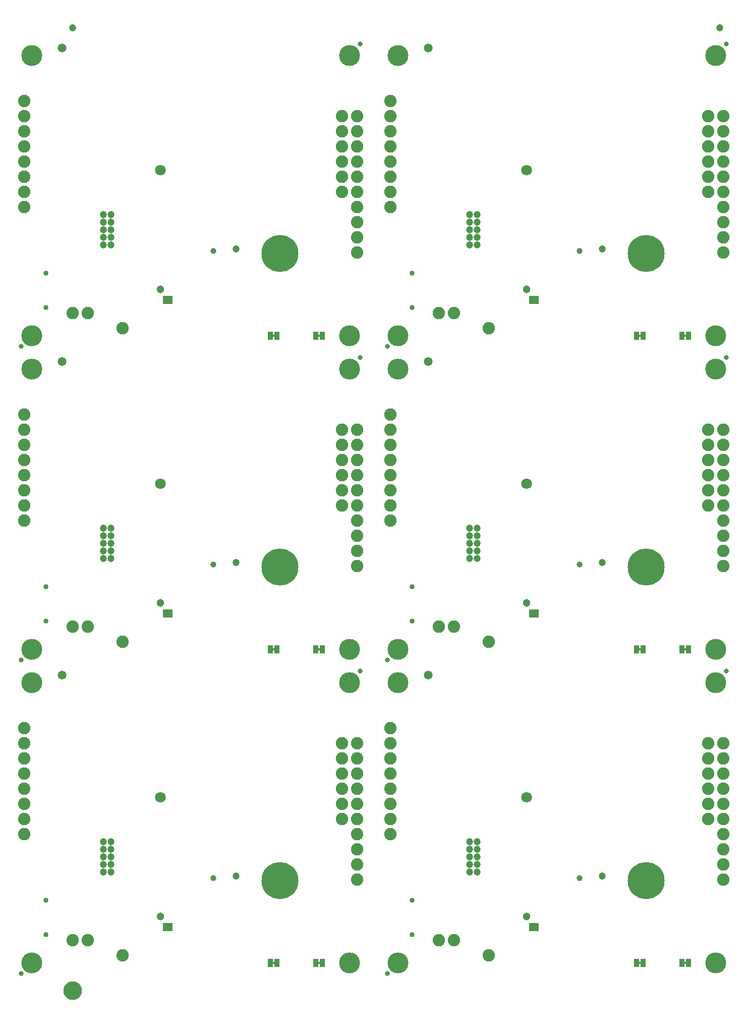
<source format=gbs>
G04 EAGLE Gerber RS-274X export*
G75*
%MOMM*%
%FSLAX34Y34*%
%LPD*%
%INSoldermask Bottom*%
%IPPOS*%
%AMOC8*
5,1,8,0,0,1.08239X$1,22.5*%
G01*
%ADD10C,0.853200*%
%ADD11C,0.838200*%
%ADD12C,1.003200*%
%ADD13C,3.505200*%
%ADD14C,2.082800*%
%ADD15C,1.203200*%
%ADD16C,1.473200*%
%ADD17C,6.203200*%
%ADD18R,0.863600X1.473200*%
%ADD19C,1.303200*%
%ADD20C,1.803200*%
%ADD21R,0.838200X1.473200*%
%ADD22C,1.270000*%
%ADD23C,1.703200*%

G36*
X1124650Y1075067D02*
X1124650Y1075067D01*
X1124716Y1075069D01*
X1124759Y1075087D01*
X1124806Y1075095D01*
X1124863Y1075129D01*
X1124923Y1075154D01*
X1124958Y1075185D01*
X1124999Y1075210D01*
X1125041Y1075261D01*
X1125089Y1075305D01*
X1125111Y1075347D01*
X1125140Y1075384D01*
X1125161Y1075446D01*
X1125192Y1075505D01*
X1125200Y1075559D01*
X1125212Y1075596D01*
X1125211Y1075636D01*
X1125219Y1075690D01*
X1125219Y1078230D01*
X1125208Y1078295D01*
X1125206Y1078361D01*
X1125188Y1078404D01*
X1125180Y1078451D01*
X1125146Y1078508D01*
X1125121Y1078568D01*
X1125090Y1078603D01*
X1125065Y1078644D01*
X1125014Y1078686D01*
X1124970Y1078734D01*
X1124928Y1078756D01*
X1124891Y1078785D01*
X1124829Y1078806D01*
X1124770Y1078837D01*
X1124716Y1078845D01*
X1124679Y1078857D01*
X1124639Y1078856D01*
X1124585Y1078864D01*
X1120775Y1078864D01*
X1120710Y1078853D01*
X1120644Y1078851D01*
X1120601Y1078833D01*
X1120554Y1078825D01*
X1120497Y1078791D01*
X1120437Y1078766D01*
X1120402Y1078735D01*
X1120361Y1078710D01*
X1120320Y1078659D01*
X1120271Y1078615D01*
X1120249Y1078573D01*
X1120220Y1078536D01*
X1120199Y1078474D01*
X1120168Y1078415D01*
X1120160Y1078361D01*
X1120148Y1078324D01*
X1120148Y1078321D01*
X1120149Y1078284D01*
X1120141Y1078230D01*
X1120141Y1075690D01*
X1120152Y1075625D01*
X1120154Y1075559D01*
X1120172Y1075516D01*
X1120180Y1075469D01*
X1120214Y1075412D01*
X1120239Y1075352D01*
X1120270Y1075317D01*
X1120295Y1075276D01*
X1120346Y1075235D01*
X1120390Y1075186D01*
X1120432Y1075164D01*
X1120469Y1075135D01*
X1120531Y1075114D01*
X1120590Y1075083D01*
X1120644Y1075075D01*
X1120681Y1075063D01*
X1120721Y1075064D01*
X1120775Y1075056D01*
X1124585Y1075056D01*
X1124650Y1075067D01*
G37*
G36*
X1048450Y1075067D02*
X1048450Y1075067D01*
X1048516Y1075069D01*
X1048559Y1075087D01*
X1048606Y1075095D01*
X1048663Y1075129D01*
X1048723Y1075154D01*
X1048758Y1075185D01*
X1048799Y1075210D01*
X1048841Y1075261D01*
X1048889Y1075305D01*
X1048911Y1075347D01*
X1048940Y1075384D01*
X1048961Y1075446D01*
X1048992Y1075505D01*
X1049000Y1075559D01*
X1049012Y1075596D01*
X1049011Y1075636D01*
X1049019Y1075690D01*
X1049019Y1078230D01*
X1049008Y1078295D01*
X1049006Y1078361D01*
X1048988Y1078404D01*
X1048980Y1078451D01*
X1048946Y1078508D01*
X1048921Y1078568D01*
X1048890Y1078603D01*
X1048865Y1078644D01*
X1048814Y1078686D01*
X1048770Y1078734D01*
X1048728Y1078756D01*
X1048691Y1078785D01*
X1048629Y1078806D01*
X1048570Y1078837D01*
X1048516Y1078845D01*
X1048479Y1078857D01*
X1048439Y1078856D01*
X1048385Y1078864D01*
X1044575Y1078864D01*
X1044510Y1078853D01*
X1044444Y1078851D01*
X1044401Y1078833D01*
X1044354Y1078825D01*
X1044297Y1078791D01*
X1044237Y1078766D01*
X1044202Y1078735D01*
X1044161Y1078710D01*
X1044120Y1078659D01*
X1044071Y1078615D01*
X1044049Y1078573D01*
X1044020Y1078536D01*
X1043999Y1078474D01*
X1043968Y1078415D01*
X1043960Y1078361D01*
X1043948Y1078324D01*
X1043948Y1078321D01*
X1043949Y1078284D01*
X1043941Y1078230D01*
X1043941Y1075690D01*
X1043952Y1075625D01*
X1043954Y1075559D01*
X1043972Y1075516D01*
X1043980Y1075469D01*
X1044014Y1075412D01*
X1044039Y1075352D01*
X1044070Y1075317D01*
X1044095Y1075276D01*
X1044146Y1075235D01*
X1044190Y1075186D01*
X1044232Y1075164D01*
X1044269Y1075135D01*
X1044331Y1075114D01*
X1044390Y1075083D01*
X1044444Y1075075D01*
X1044481Y1075063D01*
X1044521Y1075064D01*
X1044575Y1075056D01*
X1048385Y1075056D01*
X1048450Y1075067D01*
G37*
G36*
X509970Y1075067D02*
X509970Y1075067D01*
X510036Y1075069D01*
X510079Y1075087D01*
X510126Y1075095D01*
X510183Y1075129D01*
X510243Y1075154D01*
X510278Y1075185D01*
X510319Y1075210D01*
X510361Y1075261D01*
X510409Y1075305D01*
X510431Y1075347D01*
X510460Y1075384D01*
X510481Y1075446D01*
X510512Y1075505D01*
X510520Y1075559D01*
X510532Y1075596D01*
X510531Y1075636D01*
X510539Y1075690D01*
X510539Y1078230D01*
X510528Y1078295D01*
X510526Y1078361D01*
X510508Y1078404D01*
X510500Y1078451D01*
X510466Y1078508D01*
X510441Y1078568D01*
X510410Y1078603D01*
X510385Y1078644D01*
X510334Y1078686D01*
X510290Y1078734D01*
X510248Y1078756D01*
X510211Y1078785D01*
X510149Y1078806D01*
X510090Y1078837D01*
X510036Y1078845D01*
X509999Y1078857D01*
X509959Y1078856D01*
X509905Y1078864D01*
X506095Y1078864D01*
X506030Y1078853D01*
X505964Y1078851D01*
X505921Y1078833D01*
X505874Y1078825D01*
X505817Y1078791D01*
X505757Y1078766D01*
X505722Y1078735D01*
X505681Y1078710D01*
X505640Y1078659D01*
X505591Y1078615D01*
X505569Y1078573D01*
X505540Y1078536D01*
X505519Y1078474D01*
X505488Y1078415D01*
X505480Y1078361D01*
X505468Y1078324D01*
X505468Y1078321D01*
X505469Y1078284D01*
X505461Y1078230D01*
X505461Y1075690D01*
X505472Y1075625D01*
X505474Y1075559D01*
X505492Y1075516D01*
X505500Y1075469D01*
X505534Y1075412D01*
X505559Y1075352D01*
X505590Y1075317D01*
X505615Y1075276D01*
X505666Y1075235D01*
X505710Y1075186D01*
X505752Y1075164D01*
X505789Y1075135D01*
X505851Y1075114D01*
X505910Y1075083D01*
X505964Y1075075D01*
X506001Y1075063D01*
X506041Y1075064D01*
X506095Y1075056D01*
X509905Y1075056D01*
X509970Y1075067D01*
G37*
G36*
X433770Y1075067D02*
X433770Y1075067D01*
X433836Y1075069D01*
X433879Y1075087D01*
X433926Y1075095D01*
X433983Y1075129D01*
X434043Y1075154D01*
X434078Y1075185D01*
X434119Y1075210D01*
X434161Y1075261D01*
X434209Y1075305D01*
X434231Y1075347D01*
X434260Y1075384D01*
X434281Y1075446D01*
X434312Y1075505D01*
X434320Y1075559D01*
X434332Y1075596D01*
X434331Y1075636D01*
X434339Y1075690D01*
X434339Y1078230D01*
X434328Y1078295D01*
X434326Y1078361D01*
X434308Y1078404D01*
X434300Y1078451D01*
X434266Y1078508D01*
X434241Y1078568D01*
X434210Y1078603D01*
X434185Y1078644D01*
X434134Y1078686D01*
X434090Y1078734D01*
X434048Y1078756D01*
X434011Y1078785D01*
X433949Y1078806D01*
X433890Y1078837D01*
X433836Y1078845D01*
X433799Y1078857D01*
X433759Y1078856D01*
X433705Y1078864D01*
X429895Y1078864D01*
X429830Y1078853D01*
X429764Y1078851D01*
X429721Y1078833D01*
X429674Y1078825D01*
X429617Y1078791D01*
X429557Y1078766D01*
X429522Y1078735D01*
X429481Y1078710D01*
X429440Y1078659D01*
X429391Y1078615D01*
X429369Y1078573D01*
X429340Y1078536D01*
X429319Y1078474D01*
X429288Y1078415D01*
X429280Y1078361D01*
X429268Y1078324D01*
X429268Y1078321D01*
X429269Y1078284D01*
X429261Y1078230D01*
X429261Y1075690D01*
X429272Y1075625D01*
X429274Y1075559D01*
X429292Y1075516D01*
X429300Y1075469D01*
X429334Y1075412D01*
X429359Y1075352D01*
X429390Y1075317D01*
X429415Y1075276D01*
X429466Y1075235D01*
X429510Y1075186D01*
X429552Y1075164D01*
X429589Y1075135D01*
X429651Y1075114D01*
X429710Y1075083D01*
X429764Y1075075D01*
X429801Y1075063D01*
X429841Y1075064D01*
X429895Y1075056D01*
X433705Y1075056D01*
X433770Y1075067D01*
G37*
G36*
X1124650Y549287D02*
X1124650Y549287D01*
X1124716Y549289D01*
X1124759Y549307D01*
X1124806Y549315D01*
X1124863Y549349D01*
X1124923Y549374D01*
X1124958Y549405D01*
X1124999Y549430D01*
X1125041Y549481D01*
X1125089Y549525D01*
X1125111Y549567D01*
X1125140Y549604D01*
X1125161Y549666D01*
X1125192Y549725D01*
X1125200Y549779D01*
X1125212Y549816D01*
X1125211Y549856D01*
X1125219Y549910D01*
X1125219Y552450D01*
X1125208Y552515D01*
X1125206Y552581D01*
X1125188Y552624D01*
X1125180Y552671D01*
X1125146Y552728D01*
X1125121Y552788D01*
X1125090Y552823D01*
X1125065Y552864D01*
X1125014Y552906D01*
X1124970Y552954D01*
X1124928Y552976D01*
X1124891Y553005D01*
X1124829Y553026D01*
X1124770Y553057D01*
X1124716Y553065D01*
X1124679Y553077D01*
X1124639Y553076D01*
X1124585Y553084D01*
X1120775Y553084D01*
X1120710Y553073D01*
X1120644Y553071D01*
X1120601Y553053D01*
X1120554Y553045D01*
X1120497Y553011D01*
X1120437Y552986D01*
X1120402Y552955D01*
X1120361Y552930D01*
X1120320Y552879D01*
X1120271Y552835D01*
X1120249Y552793D01*
X1120220Y552756D01*
X1120199Y552694D01*
X1120168Y552635D01*
X1120160Y552581D01*
X1120148Y552544D01*
X1120148Y552541D01*
X1120149Y552504D01*
X1120141Y552450D01*
X1120141Y549910D01*
X1120152Y549845D01*
X1120154Y549779D01*
X1120172Y549736D01*
X1120180Y549689D01*
X1120214Y549632D01*
X1120239Y549572D01*
X1120270Y549537D01*
X1120295Y549496D01*
X1120346Y549455D01*
X1120390Y549406D01*
X1120432Y549384D01*
X1120469Y549355D01*
X1120531Y549334D01*
X1120590Y549303D01*
X1120644Y549295D01*
X1120681Y549283D01*
X1120721Y549284D01*
X1120775Y549276D01*
X1124585Y549276D01*
X1124650Y549287D01*
G37*
G36*
X1048450Y549287D02*
X1048450Y549287D01*
X1048516Y549289D01*
X1048559Y549307D01*
X1048606Y549315D01*
X1048663Y549349D01*
X1048723Y549374D01*
X1048758Y549405D01*
X1048799Y549430D01*
X1048841Y549481D01*
X1048889Y549525D01*
X1048911Y549567D01*
X1048940Y549604D01*
X1048961Y549666D01*
X1048992Y549725D01*
X1049000Y549779D01*
X1049012Y549816D01*
X1049011Y549856D01*
X1049019Y549910D01*
X1049019Y552450D01*
X1049008Y552515D01*
X1049006Y552581D01*
X1048988Y552624D01*
X1048980Y552671D01*
X1048946Y552728D01*
X1048921Y552788D01*
X1048890Y552823D01*
X1048865Y552864D01*
X1048814Y552906D01*
X1048770Y552954D01*
X1048728Y552976D01*
X1048691Y553005D01*
X1048629Y553026D01*
X1048570Y553057D01*
X1048516Y553065D01*
X1048479Y553077D01*
X1048439Y553076D01*
X1048385Y553084D01*
X1044575Y553084D01*
X1044510Y553073D01*
X1044444Y553071D01*
X1044401Y553053D01*
X1044354Y553045D01*
X1044297Y553011D01*
X1044237Y552986D01*
X1044202Y552955D01*
X1044161Y552930D01*
X1044120Y552879D01*
X1044071Y552835D01*
X1044049Y552793D01*
X1044020Y552756D01*
X1043999Y552694D01*
X1043968Y552635D01*
X1043960Y552581D01*
X1043948Y552544D01*
X1043948Y552541D01*
X1043949Y552504D01*
X1043941Y552450D01*
X1043941Y549910D01*
X1043952Y549845D01*
X1043954Y549779D01*
X1043972Y549736D01*
X1043980Y549689D01*
X1044014Y549632D01*
X1044039Y549572D01*
X1044070Y549537D01*
X1044095Y549496D01*
X1044146Y549455D01*
X1044190Y549406D01*
X1044232Y549384D01*
X1044269Y549355D01*
X1044331Y549334D01*
X1044390Y549303D01*
X1044444Y549295D01*
X1044481Y549283D01*
X1044521Y549284D01*
X1044575Y549276D01*
X1048385Y549276D01*
X1048450Y549287D01*
G37*
G36*
X433770Y549287D02*
X433770Y549287D01*
X433836Y549289D01*
X433879Y549307D01*
X433926Y549315D01*
X433983Y549349D01*
X434043Y549374D01*
X434078Y549405D01*
X434119Y549430D01*
X434161Y549481D01*
X434209Y549525D01*
X434231Y549567D01*
X434260Y549604D01*
X434281Y549666D01*
X434312Y549725D01*
X434320Y549779D01*
X434332Y549816D01*
X434331Y549856D01*
X434339Y549910D01*
X434339Y552450D01*
X434328Y552515D01*
X434326Y552581D01*
X434308Y552624D01*
X434300Y552671D01*
X434266Y552728D01*
X434241Y552788D01*
X434210Y552823D01*
X434185Y552864D01*
X434134Y552906D01*
X434090Y552954D01*
X434048Y552976D01*
X434011Y553005D01*
X433949Y553026D01*
X433890Y553057D01*
X433836Y553065D01*
X433799Y553077D01*
X433759Y553076D01*
X433705Y553084D01*
X429895Y553084D01*
X429830Y553073D01*
X429764Y553071D01*
X429721Y553053D01*
X429674Y553045D01*
X429617Y553011D01*
X429557Y552986D01*
X429522Y552955D01*
X429481Y552930D01*
X429440Y552879D01*
X429391Y552835D01*
X429369Y552793D01*
X429340Y552756D01*
X429319Y552694D01*
X429288Y552635D01*
X429280Y552581D01*
X429268Y552544D01*
X429268Y552541D01*
X429269Y552504D01*
X429261Y552450D01*
X429261Y549910D01*
X429272Y549845D01*
X429274Y549779D01*
X429292Y549736D01*
X429300Y549689D01*
X429334Y549632D01*
X429359Y549572D01*
X429390Y549537D01*
X429415Y549496D01*
X429466Y549455D01*
X429510Y549406D01*
X429552Y549384D01*
X429589Y549355D01*
X429651Y549334D01*
X429710Y549303D01*
X429764Y549295D01*
X429801Y549283D01*
X429841Y549284D01*
X429895Y549276D01*
X433705Y549276D01*
X433770Y549287D01*
G37*
G36*
X509970Y549287D02*
X509970Y549287D01*
X510036Y549289D01*
X510079Y549307D01*
X510126Y549315D01*
X510183Y549349D01*
X510243Y549374D01*
X510278Y549405D01*
X510319Y549430D01*
X510361Y549481D01*
X510409Y549525D01*
X510431Y549567D01*
X510460Y549604D01*
X510481Y549666D01*
X510512Y549725D01*
X510520Y549779D01*
X510532Y549816D01*
X510531Y549856D01*
X510539Y549910D01*
X510539Y552450D01*
X510528Y552515D01*
X510526Y552581D01*
X510508Y552624D01*
X510500Y552671D01*
X510466Y552728D01*
X510441Y552788D01*
X510410Y552823D01*
X510385Y552864D01*
X510334Y552906D01*
X510290Y552954D01*
X510248Y552976D01*
X510211Y553005D01*
X510149Y553026D01*
X510090Y553057D01*
X510036Y553065D01*
X509999Y553077D01*
X509959Y553076D01*
X509905Y553084D01*
X506095Y553084D01*
X506030Y553073D01*
X505964Y553071D01*
X505921Y553053D01*
X505874Y553045D01*
X505817Y553011D01*
X505757Y552986D01*
X505722Y552955D01*
X505681Y552930D01*
X505640Y552879D01*
X505591Y552835D01*
X505569Y552793D01*
X505540Y552756D01*
X505519Y552694D01*
X505488Y552635D01*
X505480Y552581D01*
X505468Y552544D01*
X505468Y552541D01*
X505469Y552504D01*
X505461Y552450D01*
X505461Y549910D01*
X505472Y549845D01*
X505474Y549779D01*
X505492Y549736D01*
X505500Y549689D01*
X505534Y549632D01*
X505559Y549572D01*
X505590Y549537D01*
X505615Y549496D01*
X505666Y549455D01*
X505710Y549406D01*
X505752Y549384D01*
X505789Y549355D01*
X505851Y549334D01*
X505910Y549303D01*
X505964Y549295D01*
X506001Y549283D01*
X506041Y549284D01*
X506095Y549276D01*
X509905Y549276D01*
X509970Y549287D01*
G37*
G36*
X1124650Y23507D02*
X1124650Y23507D01*
X1124716Y23509D01*
X1124759Y23527D01*
X1124806Y23535D01*
X1124863Y23569D01*
X1124923Y23594D01*
X1124958Y23625D01*
X1124999Y23650D01*
X1125041Y23701D01*
X1125089Y23745D01*
X1125111Y23787D01*
X1125140Y23824D01*
X1125161Y23886D01*
X1125192Y23945D01*
X1125200Y23999D01*
X1125212Y24036D01*
X1125211Y24076D01*
X1125219Y24130D01*
X1125219Y26670D01*
X1125208Y26735D01*
X1125206Y26801D01*
X1125188Y26844D01*
X1125180Y26891D01*
X1125146Y26948D01*
X1125121Y27008D01*
X1125090Y27043D01*
X1125065Y27084D01*
X1125014Y27126D01*
X1124970Y27174D01*
X1124928Y27196D01*
X1124891Y27225D01*
X1124829Y27246D01*
X1124770Y27277D01*
X1124716Y27285D01*
X1124679Y27297D01*
X1124639Y27296D01*
X1124585Y27304D01*
X1120775Y27304D01*
X1120710Y27293D01*
X1120644Y27291D01*
X1120601Y27273D01*
X1120554Y27265D01*
X1120497Y27231D01*
X1120437Y27206D01*
X1120402Y27175D01*
X1120361Y27150D01*
X1120320Y27099D01*
X1120271Y27055D01*
X1120249Y27013D01*
X1120220Y26976D01*
X1120199Y26914D01*
X1120168Y26855D01*
X1120160Y26801D01*
X1120148Y26764D01*
X1120148Y26761D01*
X1120149Y26724D01*
X1120141Y26670D01*
X1120141Y24130D01*
X1120152Y24065D01*
X1120154Y23999D01*
X1120172Y23956D01*
X1120180Y23909D01*
X1120214Y23852D01*
X1120239Y23792D01*
X1120270Y23757D01*
X1120295Y23716D01*
X1120346Y23675D01*
X1120390Y23626D01*
X1120432Y23604D01*
X1120469Y23575D01*
X1120531Y23554D01*
X1120590Y23523D01*
X1120644Y23515D01*
X1120681Y23503D01*
X1120721Y23504D01*
X1120775Y23496D01*
X1124585Y23496D01*
X1124650Y23507D01*
G37*
G36*
X1048450Y23507D02*
X1048450Y23507D01*
X1048516Y23509D01*
X1048559Y23527D01*
X1048606Y23535D01*
X1048663Y23569D01*
X1048723Y23594D01*
X1048758Y23625D01*
X1048799Y23650D01*
X1048841Y23701D01*
X1048889Y23745D01*
X1048911Y23787D01*
X1048940Y23824D01*
X1048961Y23886D01*
X1048992Y23945D01*
X1049000Y23999D01*
X1049012Y24036D01*
X1049011Y24076D01*
X1049019Y24130D01*
X1049019Y26670D01*
X1049008Y26735D01*
X1049006Y26801D01*
X1048988Y26844D01*
X1048980Y26891D01*
X1048946Y26948D01*
X1048921Y27008D01*
X1048890Y27043D01*
X1048865Y27084D01*
X1048814Y27126D01*
X1048770Y27174D01*
X1048728Y27196D01*
X1048691Y27225D01*
X1048629Y27246D01*
X1048570Y27277D01*
X1048516Y27285D01*
X1048479Y27297D01*
X1048439Y27296D01*
X1048385Y27304D01*
X1044575Y27304D01*
X1044510Y27293D01*
X1044444Y27291D01*
X1044401Y27273D01*
X1044354Y27265D01*
X1044297Y27231D01*
X1044237Y27206D01*
X1044202Y27175D01*
X1044161Y27150D01*
X1044120Y27099D01*
X1044071Y27055D01*
X1044049Y27013D01*
X1044020Y26976D01*
X1043999Y26914D01*
X1043968Y26855D01*
X1043960Y26801D01*
X1043948Y26764D01*
X1043948Y26761D01*
X1043949Y26724D01*
X1043941Y26670D01*
X1043941Y24130D01*
X1043952Y24065D01*
X1043954Y23999D01*
X1043972Y23956D01*
X1043980Y23909D01*
X1044014Y23852D01*
X1044039Y23792D01*
X1044070Y23757D01*
X1044095Y23716D01*
X1044146Y23675D01*
X1044190Y23626D01*
X1044232Y23604D01*
X1044269Y23575D01*
X1044331Y23554D01*
X1044390Y23523D01*
X1044444Y23515D01*
X1044481Y23503D01*
X1044521Y23504D01*
X1044575Y23496D01*
X1048385Y23496D01*
X1048450Y23507D01*
G37*
G36*
X509970Y23507D02*
X509970Y23507D01*
X510036Y23509D01*
X510079Y23527D01*
X510126Y23535D01*
X510183Y23569D01*
X510243Y23594D01*
X510278Y23625D01*
X510319Y23650D01*
X510361Y23701D01*
X510409Y23745D01*
X510431Y23787D01*
X510460Y23824D01*
X510481Y23886D01*
X510512Y23945D01*
X510520Y23999D01*
X510532Y24036D01*
X510531Y24076D01*
X510539Y24130D01*
X510539Y26670D01*
X510528Y26735D01*
X510526Y26801D01*
X510508Y26844D01*
X510500Y26891D01*
X510466Y26948D01*
X510441Y27008D01*
X510410Y27043D01*
X510385Y27084D01*
X510334Y27126D01*
X510290Y27174D01*
X510248Y27196D01*
X510211Y27225D01*
X510149Y27246D01*
X510090Y27277D01*
X510036Y27285D01*
X509999Y27297D01*
X509959Y27296D01*
X509905Y27304D01*
X506095Y27304D01*
X506030Y27293D01*
X505964Y27291D01*
X505921Y27273D01*
X505874Y27265D01*
X505817Y27231D01*
X505757Y27206D01*
X505722Y27175D01*
X505681Y27150D01*
X505640Y27099D01*
X505591Y27055D01*
X505569Y27013D01*
X505540Y26976D01*
X505519Y26914D01*
X505488Y26855D01*
X505480Y26801D01*
X505468Y26764D01*
X505468Y26761D01*
X505469Y26724D01*
X505461Y26670D01*
X505461Y24130D01*
X505472Y24065D01*
X505474Y23999D01*
X505492Y23956D01*
X505500Y23909D01*
X505534Y23852D01*
X505559Y23792D01*
X505590Y23757D01*
X505615Y23716D01*
X505666Y23675D01*
X505710Y23626D01*
X505752Y23604D01*
X505789Y23575D01*
X505851Y23554D01*
X505910Y23523D01*
X505964Y23515D01*
X506001Y23503D01*
X506041Y23504D01*
X506095Y23496D01*
X509905Y23496D01*
X509970Y23507D01*
G37*
G36*
X433770Y23507D02*
X433770Y23507D01*
X433836Y23509D01*
X433879Y23527D01*
X433926Y23535D01*
X433983Y23569D01*
X434043Y23594D01*
X434078Y23625D01*
X434119Y23650D01*
X434161Y23701D01*
X434209Y23745D01*
X434231Y23787D01*
X434260Y23824D01*
X434281Y23886D01*
X434312Y23945D01*
X434320Y23999D01*
X434332Y24036D01*
X434331Y24076D01*
X434339Y24130D01*
X434339Y26670D01*
X434328Y26735D01*
X434326Y26801D01*
X434308Y26844D01*
X434300Y26891D01*
X434266Y26948D01*
X434241Y27008D01*
X434210Y27043D01*
X434185Y27084D01*
X434134Y27126D01*
X434090Y27174D01*
X434048Y27196D01*
X434011Y27225D01*
X433949Y27246D01*
X433890Y27277D01*
X433836Y27285D01*
X433799Y27297D01*
X433759Y27296D01*
X433705Y27304D01*
X429895Y27304D01*
X429830Y27293D01*
X429764Y27291D01*
X429721Y27273D01*
X429674Y27265D01*
X429617Y27231D01*
X429557Y27206D01*
X429522Y27175D01*
X429481Y27150D01*
X429440Y27099D01*
X429391Y27055D01*
X429369Y27013D01*
X429340Y26976D01*
X429319Y26914D01*
X429288Y26855D01*
X429280Y26801D01*
X429268Y26764D01*
X429268Y26761D01*
X429269Y26724D01*
X429261Y26670D01*
X429261Y24130D01*
X429272Y24065D01*
X429274Y23999D01*
X429292Y23956D01*
X429300Y23909D01*
X429334Y23852D01*
X429359Y23792D01*
X429390Y23757D01*
X429415Y23716D01*
X429466Y23675D01*
X429510Y23626D01*
X429552Y23604D01*
X429589Y23575D01*
X429651Y23554D01*
X429710Y23523D01*
X429764Y23515D01*
X429801Y23503D01*
X429841Y23504D01*
X429895Y23496D01*
X433705Y23496D01*
X433770Y23507D01*
G37*
D10*
X49050Y130500D03*
X49050Y72700D03*
D11*
X7620Y7620D03*
X576580Y514350D03*
D12*
X330200Y167800D03*
D13*
X558800Y495300D03*
X25400Y495300D03*
X558800Y25400D03*
X25400Y25400D03*
D14*
X93980Y63500D03*
X119380Y63500D03*
D15*
X158750Y190500D03*
X158750Y203200D03*
X158750Y215900D03*
X158750Y228600D03*
X158750Y177800D03*
X146050Y190500D03*
X146050Y203200D03*
X146050Y215900D03*
X146050Y228600D03*
X146050Y177800D03*
X368300Y170700D03*
D14*
X12700Y419100D03*
X12700Y393700D03*
X12700Y368300D03*
X12700Y342900D03*
X12700Y317500D03*
X546100Y266700D03*
X546100Y292100D03*
X546100Y317500D03*
X546100Y342900D03*
X546100Y368300D03*
X546100Y393700D03*
X571500Y266700D03*
X571500Y292100D03*
X571500Y317500D03*
X571500Y342900D03*
X571500Y368300D03*
X571500Y393700D03*
X12700Y292100D03*
X12700Y266700D03*
X12700Y241300D03*
D16*
X76200Y508000D03*
D14*
X571500Y241300D03*
X571500Y215900D03*
X571500Y190500D03*
X571500Y165100D03*
D17*
X442000Y163000D03*
D18*
X437007Y25400D03*
X426593Y25400D03*
D19*
X241300Y103200D03*
D20*
X241300Y303200D03*
D14*
X177800Y38100D03*
D18*
X513207Y25400D03*
X502793Y25400D03*
D21*
X258064Y85090D03*
X249936Y85090D03*
D10*
X663730Y130500D03*
X663730Y72700D03*
D11*
X622300Y7620D03*
X1191260Y514350D03*
D12*
X944880Y167800D03*
D13*
X1173480Y495300D03*
X640080Y495300D03*
X1173480Y25400D03*
X640080Y25400D03*
D14*
X708660Y63500D03*
X734060Y63500D03*
D15*
X773430Y190500D03*
X773430Y203200D03*
X773430Y215900D03*
X773430Y228600D03*
X773430Y177800D03*
X760730Y190500D03*
X760730Y203200D03*
X760730Y215900D03*
X760730Y228600D03*
X760730Y177800D03*
X982980Y170700D03*
D14*
X627380Y419100D03*
X627380Y393700D03*
X627380Y368300D03*
X627380Y342900D03*
X627380Y317500D03*
X1160780Y266700D03*
X1160780Y292100D03*
X1160780Y317500D03*
X1160780Y342900D03*
X1160780Y368300D03*
X1160780Y393700D03*
X1186180Y266700D03*
X1186180Y292100D03*
X1186180Y317500D03*
X1186180Y342900D03*
X1186180Y368300D03*
X1186180Y393700D03*
X627380Y292100D03*
X627380Y266700D03*
X627380Y241300D03*
D16*
X690880Y508000D03*
D14*
X1186180Y241300D03*
X1186180Y215900D03*
X1186180Y190500D03*
X1186180Y165100D03*
D17*
X1056680Y163000D03*
D18*
X1051687Y25400D03*
X1041273Y25400D03*
D19*
X855980Y103200D03*
D20*
X855980Y303200D03*
D14*
X792480Y38100D03*
D18*
X1127887Y25400D03*
X1117473Y25400D03*
D21*
X872744Y85090D03*
X864616Y85090D03*
D10*
X49050Y656280D03*
X49050Y598480D03*
D11*
X7620Y533400D03*
X576580Y1040130D03*
D12*
X330200Y693580D03*
D13*
X558800Y1021080D03*
X25400Y1021080D03*
X558800Y551180D03*
X25400Y551180D03*
D14*
X93980Y589280D03*
X119380Y589280D03*
D15*
X158750Y716280D03*
X158750Y728980D03*
X158750Y741680D03*
X158750Y754380D03*
X158750Y703580D03*
X146050Y716280D03*
X146050Y728980D03*
X146050Y741680D03*
X146050Y754380D03*
X146050Y703580D03*
X368300Y696480D03*
D14*
X12700Y944880D03*
X12700Y919480D03*
X12700Y894080D03*
X12700Y868680D03*
X12700Y843280D03*
X546100Y792480D03*
X546100Y817880D03*
X546100Y843280D03*
X546100Y868680D03*
X546100Y894080D03*
X546100Y919480D03*
X571500Y792480D03*
X571500Y817880D03*
X571500Y843280D03*
X571500Y868680D03*
X571500Y894080D03*
X571500Y919480D03*
X12700Y817880D03*
X12700Y792480D03*
X12700Y767080D03*
D16*
X76200Y1033780D03*
D14*
X571500Y767080D03*
X571500Y741680D03*
X571500Y716280D03*
X571500Y690880D03*
D17*
X442000Y688780D03*
D18*
X437007Y551180D03*
X426593Y551180D03*
D19*
X241300Y628980D03*
D20*
X241300Y828980D03*
D14*
X177800Y563880D03*
D18*
X513207Y551180D03*
X502793Y551180D03*
D21*
X258064Y610870D03*
X249936Y610870D03*
D10*
X663730Y656280D03*
X663730Y598480D03*
D11*
X622300Y533400D03*
X1191260Y1040130D03*
D12*
X944880Y693580D03*
D13*
X1173480Y1021080D03*
X640080Y1021080D03*
X1173480Y551180D03*
X640080Y551180D03*
D14*
X708660Y589280D03*
X734060Y589280D03*
D15*
X773430Y716280D03*
X773430Y728980D03*
X773430Y741680D03*
X773430Y754380D03*
X773430Y703580D03*
X760730Y716280D03*
X760730Y728980D03*
X760730Y741680D03*
X760730Y754380D03*
X760730Y703580D03*
X982980Y696480D03*
D14*
X627380Y944880D03*
X627380Y919480D03*
X627380Y894080D03*
X627380Y868680D03*
X627380Y843280D03*
X1160780Y792480D03*
X1160780Y817880D03*
X1160780Y843280D03*
X1160780Y868680D03*
X1160780Y894080D03*
X1160780Y919480D03*
X1186180Y792480D03*
X1186180Y817880D03*
X1186180Y843280D03*
X1186180Y868680D03*
X1186180Y894080D03*
X1186180Y919480D03*
X627380Y817880D03*
X627380Y792480D03*
X627380Y767080D03*
D16*
X690880Y1033780D03*
D14*
X1186180Y767080D03*
X1186180Y741680D03*
X1186180Y716280D03*
X1186180Y690880D03*
D17*
X1056680Y688780D03*
D18*
X1051687Y551180D03*
X1041273Y551180D03*
D19*
X855980Y628980D03*
D20*
X855980Y828980D03*
D14*
X792480Y563880D03*
D18*
X1127887Y551180D03*
X1117473Y551180D03*
D21*
X872744Y610870D03*
X864616Y610870D03*
D10*
X49050Y1182060D03*
X49050Y1124260D03*
D11*
X7620Y1059180D03*
X576580Y1565910D03*
D12*
X330200Y1219360D03*
D13*
X558800Y1546860D03*
X25400Y1546860D03*
X558800Y1076960D03*
X25400Y1076960D03*
D14*
X93980Y1115060D03*
X119380Y1115060D03*
D15*
X158750Y1242060D03*
X158750Y1254760D03*
X158750Y1267460D03*
X158750Y1280160D03*
X158750Y1229360D03*
X146050Y1242060D03*
X146050Y1254760D03*
X146050Y1267460D03*
X146050Y1280160D03*
X146050Y1229360D03*
X368300Y1222260D03*
D14*
X12700Y1470660D03*
X12700Y1445260D03*
X12700Y1419860D03*
X12700Y1394460D03*
X12700Y1369060D03*
X546100Y1318260D03*
X546100Y1343660D03*
X546100Y1369060D03*
X546100Y1394460D03*
X546100Y1419860D03*
X546100Y1445260D03*
X571500Y1318260D03*
X571500Y1343660D03*
X571500Y1369060D03*
X571500Y1394460D03*
X571500Y1419860D03*
X571500Y1445260D03*
X12700Y1343660D03*
X12700Y1318260D03*
X12700Y1292860D03*
D16*
X76200Y1559560D03*
D14*
X571500Y1292860D03*
X571500Y1267460D03*
X571500Y1242060D03*
X571500Y1216660D03*
D17*
X442000Y1214560D03*
D18*
X437007Y1076960D03*
X426593Y1076960D03*
D19*
X241300Y1154760D03*
D20*
X241300Y1354760D03*
D14*
X177800Y1089660D03*
D18*
X513207Y1076960D03*
X502793Y1076960D03*
D21*
X258064Y1136650D03*
X249936Y1136650D03*
D10*
X663730Y1182060D03*
X663730Y1124260D03*
D11*
X622300Y1059180D03*
X1191260Y1565910D03*
D12*
X944880Y1219360D03*
D13*
X1173480Y1546860D03*
X640080Y1546860D03*
X1173480Y1076960D03*
X640080Y1076960D03*
D14*
X708660Y1115060D03*
X734060Y1115060D03*
D15*
X773430Y1242060D03*
X773430Y1254760D03*
X773430Y1267460D03*
X773430Y1280160D03*
X773430Y1229360D03*
X760730Y1242060D03*
X760730Y1254760D03*
X760730Y1267460D03*
X760730Y1280160D03*
X760730Y1229360D03*
X982980Y1222260D03*
D14*
X627380Y1470660D03*
X627380Y1445260D03*
X627380Y1419860D03*
X627380Y1394460D03*
X627380Y1369060D03*
X1160780Y1318260D03*
X1160780Y1343660D03*
X1160780Y1369060D03*
X1160780Y1394460D03*
X1160780Y1419860D03*
X1160780Y1445260D03*
X1186180Y1318260D03*
X1186180Y1343660D03*
X1186180Y1369060D03*
X1186180Y1394460D03*
X1186180Y1419860D03*
X1186180Y1445260D03*
X627380Y1343660D03*
X627380Y1318260D03*
X627380Y1292860D03*
D16*
X690880Y1559560D03*
D14*
X1186180Y1292860D03*
X1186180Y1267460D03*
X1186180Y1242060D03*
X1186180Y1216660D03*
D17*
X1056680Y1214560D03*
D18*
X1051687Y1076960D03*
X1041273Y1076960D03*
D19*
X855980Y1154760D03*
D20*
X855980Y1354760D03*
D14*
X792480Y1089660D03*
D18*
X1127887Y1076960D03*
X1117473Y1076960D03*
D21*
X872744Y1136650D03*
X864616Y1136650D03*
D15*
X93980Y1593215D03*
X1180465Y1593215D03*
D22*
X84925Y-20955D02*
X84928Y-20733D01*
X84936Y-20511D01*
X84950Y-20289D01*
X84969Y-20067D01*
X84993Y-19847D01*
X85023Y-19626D01*
X85058Y-19407D01*
X85099Y-19188D01*
X85145Y-18971D01*
X85196Y-18755D01*
X85253Y-18540D01*
X85315Y-18326D01*
X85382Y-18115D01*
X85454Y-17904D01*
X85532Y-17696D01*
X85614Y-17490D01*
X85702Y-17286D01*
X85794Y-17083D01*
X85892Y-16884D01*
X85994Y-16687D01*
X86101Y-16492D01*
X86213Y-16300D01*
X86330Y-16111D01*
X86451Y-15924D01*
X86577Y-15741D01*
X86707Y-15561D01*
X86842Y-15384D01*
X86980Y-15211D01*
X87123Y-15041D01*
X87271Y-14874D01*
X87422Y-14711D01*
X87577Y-14552D01*
X87736Y-14397D01*
X87899Y-14246D01*
X88066Y-14098D01*
X88236Y-13955D01*
X88409Y-13817D01*
X88586Y-13682D01*
X88766Y-13552D01*
X88949Y-13426D01*
X89136Y-13305D01*
X89325Y-13188D01*
X89517Y-13076D01*
X89712Y-12969D01*
X89909Y-12867D01*
X90108Y-12769D01*
X90311Y-12677D01*
X90515Y-12589D01*
X90721Y-12507D01*
X90929Y-12429D01*
X91140Y-12357D01*
X91351Y-12290D01*
X91565Y-12228D01*
X91780Y-12171D01*
X91996Y-12120D01*
X92213Y-12074D01*
X92432Y-12033D01*
X92651Y-11998D01*
X92872Y-11968D01*
X93092Y-11944D01*
X93314Y-11925D01*
X93536Y-11911D01*
X93758Y-11903D01*
X93980Y-11900D01*
X94202Y-11903D01*
X94424Y-11911D01*
X94646Y-11925D01*
X94868Y-11944D01*
X95088Y-11968D01*
X95309Y-11998D01*
X95528Y-12033D01*
X95747Y-12074D01*
X95964Y-12120D01*
X96180Y-12171D01*
X96395Y-12228D01*
X96609Y-12290D01*
X96820Y-12357D01*
X97031Y-12429D01*
X97239Y-12507D01*
X97445Y-12589D01*
X97649Y-12677D01*
X97852Y-12769D01*
X98051Y-12867D01*
X98248Y-12969D01*
X98443Y-13076D01*
X98635Y-13188D01*
X98824Y-13305D01*
X99011Y-13426D01*
X99194Y-13552D01*
X99374Y-13682D01*
X99551Y-13817D01*
X99724Y-13955D01*
X99894Y-14098D01*
X100061Y-14246D01*
X100224Y-14397D01*
X100383Y-14552D01*
X100538Y-14711D01*
X100689Y-14874D01*
X100837Y-15041D01*
X100980Y-15211D01*
X101118Y-15384D01*
X101253Y-15561D01*
X101383Y-15741D01*
X101509Y-15924D01*
X101630Y-16111D01*
X101747Y-16300D01*
X101859Y-16492D01*
X101966Y-16687D01*
X102068Y-16884D01*
X102166Y-17083D01*
X102258Y-17286D01*
X102346Y-17490D01*
X102428Y-17696D01*
X102506Y-17904D01*
X102578Y-18115D01*
X102645Y-18326D01*
X102707Y-18540D01*
X102764Y-18755D01*
X102815Y-18971D01*
X102861Y-19188D01*
X102902Y-19407D01*
X102937Y-19626D01*
X102967Y-19847D01*
X102991Y-20067D01*
X103010Y-20289D01*
X103024Y-20511D01*
X103032Y-20733D01*
X103035Y-20955D01*
X103032Y-21177D01*
X103024Y-21399D01*
X103010Y-21621D01*
X102991Y-21843D01*
X102967Y-22063D01*
X102937Y-22284D01*
X102902Y-22503D01*
X102861Y-22722D01*
X102815Y-22939D01*
X102764Y-23155D01*
X102707Y-23370D01*
X102645Y-23584D01*
X102578Y-23795D01*
X102506Y-24006D01*
X102428Y-24214D01*
X102346Y-24420D01*
X102258Y-24624D01*
X102166Y-24827D01*
X102068Y-25026D01*
X101966Y-25223D01*
X101859Y-25418D01*
X101747Y-25610D01*
X101630Y-25799D01*
X101509Y-25986D01*
X101383Y-26169D01*
X101253Y-26349D01*
X101118Y-26526D01*
X100980Y-26699D01*
X100837Y-26869D01*
X100689Y-27036D01*
X100538Y-27199D01*
X100383Y-27358D01*
X100224Y-27513D01*
X100061Y-27664D01*
X99894Y-27812D01*
X99724Y-27955D01*
X99551Y-28093D01*
X99374Y-28228D01*
X99194Y-28358D01*
X99011Y-28484D01*
X98824Y-28605D01*
X98635Y-28722D01*
X98443Y-28834D01*
X98248Y-28941D01*
X98051Y-29043D01*
X97852Y-29141D01*
X97649Y-29233D01*
X97445Y-29321D01*
X97239Y-29403D01*
X97031Y-29481D01*
X96820Y-29553D01*
X96609Y-29620D01*
X96395Y-29682D01*
X96180Y-29739D01*
X95964Y-29790D01*
X95747Y-29836D01*
X95528Y-29877D01*
X95309Y-29912D01*
X95088Y-29942D01*
X94868Y-29966D01*
X94646Y-29985D01*
X94424Y-29999D01*
X94202Y-30007D01*
X93980Y-30010D01*
X93758Y-30007D01*
X93536Y-29999D01*
X93314Y-29985D01*
X93092Y-29966D01*
X92872Y-29942D01*
X92651Y-29912D01*
X92432Y-29877D01*
X92213Y-29836D01*
X91996Y-29790D01*
X91780Y-29739D01*
X91565Y-29682D01*
X91351Y-29620D01*
X91140Y-29553D01*
X90929Y-29481D01*
X90721Y-29403D01*
X90515Y-29321D01*
X90311Y-29233D01*
X90108Y-29141D01*
X89909Y-29043D01*
X89712Y-28941D01*
X89517Y-28834D01*
X89325Y-28722D01*
X89136Y-28605D01*
X88949Y-28484D01*
X88766Y-28358D01*
X88586Y-28228D01*
X88409Y-28093D01*
X88236Y-27955D01*
X88066Y-27812D01*
X87899Y-27664D01*
X87736Y-27513D01*
X87577Y-27358D01*
X87422Y-27199D01*
X87271Y-27036D01*
X87123Y-26869D01*
X86980Y-26699D01*
X86842Y-26526D01*
X86707Y-26349D01*
X86577Y-26169D01*
X86451Y-25986D01*
X86330Y-25799D01*
X86213Y-25610D01*
X86101Y-25418D01*
X85994Y-25223D01*
X85892Y-25026D01*
X85794Y-24827D01*
X85702Y-24624D01*
X85614Y-24420D01*
X85532Y-24214D01*
X85454Y-24006D01*
X85382Y-23795D01*
X85315Y-23584D01*
X85253Y-23370D01*
X85196Y-23155D01*
X85145Y-22939D01*
X85099Y-22722D01*
X85058Y-22503D01*
X85023Y-22284D01*
X84993Y-22063D01*
X84969Y-21843D01*
X84950Y-21621D01*
X84936Y-21399D01*
X84928Y-21177D01*
X84925Y-20955D01*
D23*
X93980Y-20955D03*
M02*

</source>
